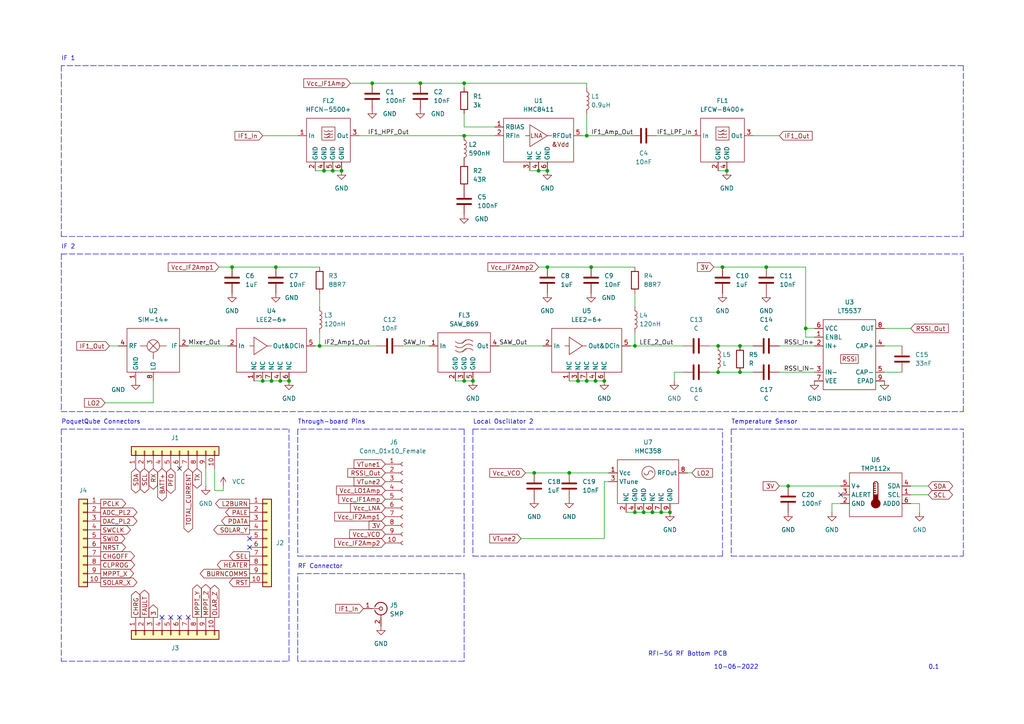
<source format=kicad_sch>
(kicad_sch (version 20211123) (generator eeschema)
  (paper "A4")
  (lib_symbols
    (symbol "Connector:Conn_01x10_Female" (pin_names (offset 1.016) hide)
      (property "Reference" "J" (at 0 12.7 0))
      (property "Value" "Conn_01x10_Female" (at 0 -15.24 0))
      (symbol "Conn_01x10_Female_1_1"
        (arc (start 0 -12.192) (mid -0.508 -12.7) (end 0 -13.208) (stroke (width 0.1524)))
        (arc (start 0 -9.652) (mid -0.508 -10.16) (end 0 -10.668) (stroke (width 0.1524)))
        (arc (start 0 -7.112) (mid -0.508 -7.62) (end 0 -8.128) (stroke (width 0.1524)))
        (arc (start 0 -4.572) (mid -0.508 -5.08) (end 0 -5.588) (stroke (width 0.1524)))
        (arc (start 0 -2.032) (mid -0.508 -2.54) (end 0 -3.048) (stroke (width 0.1524)))
        (polyline (pts (xy -1.27 -12.7) (xy -0.508 -12.7)) (stroke (width 0.1524)))
        (polyline (pts (xy -1.27 -10.16) (xy -0.508 -10.16)) (stroke (width 0.1524)))
        (polyline (pts (xy -1.27 -7.62) (xy -0.508 -7.62)) (stroke (width 0.1524)))
        (polyline (pts (xy -1.27 -5.08) (xy -0.508 -5.08)) (stroke (width 0.1524)))
        (polyline (pts (xy -1.27 -2.54) (xy -0.508 -2.54)) (stroke (width 0.1524)))
        (polyline (pts (xy -1.27 0) (xy -0.508 0)) (stroke (width 0.1524)))
        (polyline (pts (xy -1.27 2.54) (xy -0.508 2.54)) (stroke (width 0.1524)))
        (polyline (pts (xy -1.27 5.08) (xy -0.508 5.08)) (stroke (width 0.1524)))
        (polyline (pts (xy -1.27 7.62) (xy -0.508 7.62)) (stroke (width 0.1524)))
        (polyline (pts (xy -1.27 10.16) (xy -0.508 10.16)) (stroke (width 0.1524)))
        (arc (start 0 0.508) (mid -0.508 0) (end 0 -0.508) (stroke (width 0.1524)))
        (arc (start 0 3.048) (mid -0.508 2.54) (end 0 2.032) (stroke (width 0.1524)))
        (arc (start 0 5.588) (mid -0.508 5.08) (end 0 4.572) (stroke (width 0.1524)))
        (arc (start 0 8.128) (mid -0.508 7.62) (end 0 7.112) (stroke (width 0.1524)))
        (arc (start 0 10.668) (mid -0.508 10.16) (end 0 9.652) (stroke (width 0.1524)))
        (pin passive line (at -5.08 10.16 0) (length 3.81) (name "Pin_1") (number "1"))
        (pin passive line (at -5.08 -12.7 0) (length 3.81) (name "Pin_10") (number "10"))
        (pin passive line (at -5.08 7.62 0) (length 3.81) (name "Pin_2") (number "2"))
        (pin passive line (at -5.08 5.08 0) (length 3.81) (name "Pin_3") (number "3"))
        (pin passive line (at -5.08 2.54 0) (length 3.81) (name "Pin_4") (number "4"))
        (pin passive line (at -5.08 0 0) (length 3.81) (name "Pin_5") (number "5"))
        (pin passive line (at -5.08 -2.54 0) (length 3.81) (name "Pin_6") (number "6"))
        (pin passive line (at -5.08 -5.08 0) (length 3.81) (name "Pin_7") (number "7"))
        (pin passive line (at -5.08 -7.62 0) (length 3.81) (name "Pin_8") (number "8"))
        (pin passive line (at -5.08 -10.16 0) (length 3.81) (name "Pin_9") (number "9"))
      )
    )
    (symbol "Connector:Conn_Coaxial" (pin_names (offset 1.016) hide)
      (property "Reference" "J" (at 0.254 3.048 0))
      (property "Value" "Conn_Coaxial" (at 2.921 0 90))
      (symbol "Conn_Coaxial_0_1"
        (arc (start -1.778 -0.508) (mid 0.222 -1.808) (end 1.778 0) (stroke (width 0.254)))
        (polyline (pts (xy -2.54 0) (xy -0.508 0)))
        (polyline (pts (xy 0 -2.54) (xy 0 -1.778)))
        (circle (center 0 0) (radius 0.508) (stroke (width 0.2032)))
        (arc (start 1.778 0) (mid 0.222 1.8083) (end -1.778 0.508) (stroke (width 0.254)))
      )
      (symbol "Conn_Coaxial_1_1"
        (pin passive line (at -5.08 0 0) (length 2.54) (name "In") (number "1"))
        (pin passive line (at 0 -5.08 90) (length 2.54) (name "Ext") (number "2"))
      )
    )
    (symbol "Connector_Generic:Conn_01x10" (pin_names (offset 1.016) hide)
      (property "Reference" "J" (at 0 12.7 0))
      (property "Value" "Conn_01x10" (at 0 -15.24 0))
      (symbol "Conn_01x10_1_1"
        (rectangle (start -1.27 -12.573) (end 0 -12.827) (stroke (width 0.1524)))
        (rectangle (start -1.27 -10.033) (end 0 -10.287) (stroke (width 0.1524)))
        (rectangle (start -1.27 -7.493) (end 0 -7.747) (stroke (width 0.1524)))
        (rectangle (start -1.27 -4.953) (end 0 -5.207) (stroke (width 0.1524)))
        (rectangle (start -1.27 -2.413) (end 0 -2.667) (stroke (width 0.1524)))
        (rectangle (start -1.27 0.127) (end 0 -0.127) (stroke (width 0.1524)))
        (rectangle (start -1.27 2.667) (end 0 2.413) (stroke (width 0.1524)))
        (rectangle (start -1.27 5.207) (end 0 4.953) (stroke (width 0.1524)))
        (rectangle (start -1.27 7.747) (end 0 7.493) (stroke (width 0.1524)))
        (rectangle (start -1.27 10.287) (end 0 10.033) (stroke (width 0.1524)))
        (rectangle (start -1.27 11.43) (end 1.27 -13.97) (stroke (width 0.254)) (fill (type background)))
        (pin passive line (at -5.08 10.16 0) (length 3.81) (name "Pin_1") (number "1"))
        (pin passive line (at -5.08 -12.7 0) (length 3.81) (name "Pin_10") (number "10"))
        (pin passive line (at -5.08 7.62 0) (length 3.81) (name "Pin_2") (number "2"))
        (pin passive line (at -5.08 5.08 0) (length 3.81) (name "Pin_3") (number "3"))
        (pin passive line (at -5.08 2.54 0) (length 3.81) (name "Pin_4") (number "4"))
        (pin passive line (at -5.08 0 0) (length 3.81) (name "Pin_5") (number "5"))
        (pin passive line (at -5.08 -2.54 0) (length 3.81) (name "Pin_6") (number "6"))
        (pin passive line (at -5.08 -5.08 0) (length 3.81) (name "Pin_7") (number "7"))
        (pin passive line (at -5.08 -7.62 0) (length 3.81) (name "Pin_8") (number "8"))
        (pin passive line (at -5.08 -10.16 0) (length 3.81) (name "Pin_9") (number "9"))
      )
    )
    (symbol "Device:C" (pin_numbers hide) (pin_names (offset 0.254))
      (property "Reference" "C" (at 0.635 2.54 0))
      (property "Value" "C" (at 0.635 -2.54 0))
      (symbol "C_0_1"
        (polyline (pts (xy -2.032 -0.762) (xy 2.032 -0.762)) (stroke (width 0.508)))
        (polyline (pts (xy -2.032 0.762) (xy 2.032 0.762)) (stroke (width 0.508)))
      )
      (symbol "C_1_1"
        (pin passive line (at 0 3.81 270) (length 2.794) (name "~") (number "1"))
        (pin passive line (at 0 -3.81 90) (length 2.794) (name "~") (number "2"))
      )
    )
    (symbol "Device:L" (pin_numbers hide) (pin_names (offset 1.016) hide)
      (property "Reference" "L" (at -1.27 0 90))
      (property "Value" "L" (at 1.905 0 90))
      (symbol "L_0_1"
        (arc (start 0 -2.54) (mid 0.635 -1.905) (end 0 -1.27))
        (arc (start 0 -1.27) (mid 0.635 -0.635) (end 0 0))
        (arc (start 0 0) (mid 0.635 0.635) (end 0 1.27))
        (arc (start 0 1.27) (mid 0.635 1.905) (end 0 2.54))
      )
      (symbol "L_1_1"
        (pin passive line (at 0 3.81 270) (length 1.27) (name "1") (number "1"))
        (pin passive line (at 0 -3.81 90) (length 1.27) (name "2") (number "2"))
      )
    )
    (symbol "Device:R" (pin_numbers hide) (pin_names (offset 0))
      (property "Reference" "R" (at 2.032 0 90))
      (property "Value" "R" (at 0 0 90))
      (symbol "R_0_1"
        (rectangle (start -1.016 -2.54) (end 1.016 2.54) (stroke (width 0.254)))
      )
      (symbol "R_1_1"
        (pin passive line (at 0 3.81 270) (length 1.27) (name "~") (number "1"))
        (pin passive line (at 0 -3.81 90) (length 1.27) (name "~") (number "2"))
      )
    )
    (symbol "GGS_Miscellaneous:TMP112x"
      (property "Reference" "U" (at 6.35 16.51 0))
      (property "Value" "TMP112x" (at 8.89 13.97 0))
      (symbol "TMP112x_0_0"
        (pin unspecified line (at 22.86 5.08 180) (length 2.54) (name "SCL") (number "1"))
        (pin unspecified line (at 2.54 2.54 0) (length 2.54) (name "GND") (number "2"))
        (pin unspecified line (at 2.54 5.08 0) (length 2.54) (name "ALERT") (number "3"))
        (pin unspecified line (at 22.86 7.62 180) (length 2.54) (name "SDA") (number "4"))
        (pin unspecified line (at 2.54 7.62 0) (length 2.54) (name "V+") (number "5"))
        (pin unspecified line (at 22.86 2.54 180) (length 2.54) (name "ADD0") (number "6"))
      )
      (symbol "TMP112x_0_1"
        (rectangle (start 5.08 11.43) (end 20.32 -1.27))
      )
      (symbol "TMP112x_1_1"
        (polyline (pts (xy 12.065 5.715) (xy 12.7 5.715)) (stroke (width 0.254)))
        (polyline (pts (xy 12.065 6.35) (xy 12.7 6.35)) (stroke (width 0.254)))
        (polyline (pts (xy 12.065 6.985) (xy 12.7 6.985)) (stroke (width 0.254)))
        (polyline (pts (xy 12.065 7.62) (xy 12.7 7.62)) (stroke (width 0.254)))
        (polyline (pts (xy 12.065 8.255) (xy 12.065 5.08)) (stroke (width 0.254)))
        (polyline (pts (xy 12.065 8.255) (xy 12.7 8.255)) (stroke (width 0.254)))
        (polyline (pts (xy 13.335 8.255) (xy 13.335 5.08)) (stroke (width 0.254)))
        (circle (center 12.7 2.54) (radius 1.27) (stroke (width 0.254)) (fill (type outline)))
        (rectangle (start 13.335 3.175) (end 12.065 5.08) (stroke (width 0.254)) (fill (type outline)))
        (arc (start 13.335 8.255) (mid 12.7 8.89) (end 12.065 8.255) (stroke (width 0.254)))
      )
    )
    (symbol "GGS_RF:HFCN-5500+"
      (property "Reference" "FL" (at 1.905 21.59 0))
      (property "Value" "HFCN-5500+" (at 6.35 19.05 0))
      (symbol "HFCN-5500+_0_0"
        (pin input line (at -2.54 11.43 0) (length 2.54) (name "In") (number "1"))
        (pin passive line (at 2.54 1.27 90) (length 2.54) (name "GND") (number "2"))
        (pin output line (at 15.24 11.43 180) (length 2.54) (name "Out") (number "3"))
        (pin passive line (at 5.08 1.27 90) (length 2.54) (name "GND") (number "4"))
        (pin passive line (at 7.62 1.27 90) (length 2.54) (name "GND") (number "5"))
        (pin passive line (at 10.16 1.27 90) (length 2.54) (name "GND") (number "6"))
      )
      (symbol "HFCN-5500+_0_1"
        (polyline (pts (xy 5.842 10.922) (xy 6.858 11.43)))
        (polyline (pts (xy 5.842 11.684) (xy 6.858 12.192)))
        (rectangle (start 0 16.51) (end 12.7 3.81))
        (rectangle (start 4.445 13.97) (end 8.255 10.16))
        (arc (start 5.08 11.0998) (mid 5.715 9.5668) (end 6.35 11.0998))
        (arc (start 5.08 11.9888) (mid 5.715 10.4508) (end 6.35 11.9888))
        (arc (start 5.08 12.9032) (mid 5.715 11.3702) (end 6.35 12.9032))
        (arc (start 6.35 11.0998) (mid 6.985 10.8788) (end 7.62 11.0998))
        (arc (start 6.35 11.9888) (mid 6.985 11.7678) (end 7.62 11.9888))
        (arc (start 6.35 12.9032) (mid 6.985 12.682) (end 7.62 12.9032))
      )
    )
    (symbol "GGS_RF:HMC358"
      (property "Reference" "U" (at -25.4 6.985 0))
      (property "Value" "HMC358" (at -22.225 4.445 0))
      (symbol "HMC358_0_0"
        (pin unspecified line (at 0 12.7 0) (length 2.54) (name "Vcc") (number "1"))
        (pin unspecified line (at 5.08 1.27 90) (length 2.54) (name "NC") (number "2"))
        (pin unspecified line (at 0 10.16 0) (length 2.54) (name "VTune") (number "3"))
        (pin unspecified line (at 7.62 1.27 90) (length 2.54) (name "GND") (number "4"))
        (pin unspecified line (at 10.16 1.27 90) (length 2.54) (name "GND") (number "5"))
        (pin unspecified line (at 12.7 1.27 90) (length 2.54) (name "NC") (number "6"))
        (pin unspecified line (at 15.24 1.27 90) (length 2.54) (name "NC") (number "7"))
        (pin unspecified line (at 22.86 12.7 180) (length 2.54) (name "RFOut") (number "8"))
        (pin unspecified line (at 17.78 1.27 90) (length 2.54) (name "GND") (number "9"))
      )
      (symbol "HMC358_0_1"
        (rectangle (start 2.54 16.51) (end 20.32 3.81))
        (arc (start 10.287 12.7) (mid 10.922 12.0183) (end 11.557 12.7))
        (circle (center 11.557 12.7) (radius 1.905))
        (arc (start 12.827 12.7) (mid 12.192 13.3579) (end 11.557 12.7))
      )
    )
    (symbol "GGS_RF:HMC8411"
      (property "Reference" "U" (at 13.97 17.78 0))
      (property "Value" "HMC8411" (at 17.78 15.24 0))
      (symbol "HMC8411_0_0"
        (text "&Vdd" (at 29.21 3.81 0) (effects (font (size 1.27 1.27))))
        (text "LNA" (at 22.225 6.35 0) (effects (font (size 1.27 1.27))))
        (pin unspecified line (at 10.16 8.89 0) (length 2.54) (name "RBIAS") (number "1"))
        (pin unspecified line (at 10.16 6.35 0) (length 2.54) (name "RFIn") (number "2"))
        (pin unspecified line (at 20.32 -3.81 90) (length 2.54) (name "NC") (number "3"))
        (pin unspecified line (at 22.86 -3.81 90) (length 2.54) (name "NC") (number "4"))
        (pin unspecified line (at 35.56 6.35 180) (length 2.54) (name "RFOut") (number "5"))
        (pin unspecified line (at 25.4 -3.81 90) (length 2.54) (name "GND") (number "6"))
      )
      (symbol "HMC8411_0_1"
        (polyline (pts (xy 20.32 6.35) (xy 19.05 6.35)))
        (polyline (pts (xy 26.67 6.35) (xy 25.4 6.35)))
        (polyline (pts (xy 20.32 9.525) (xy 20.32 3.175) (xy 25.4 6.35) (xy 20.32 9.525)))
        (rectangle (start 12.7 11.43) (end 33.02 -1.27))
      )
    )
    (symbol "GGS_RF:LEE2-6+"
      (property "Reference" "U" (at 7.62 24.13 0))
      (property "Value" "LEE2-6+" (at 11.43 21.59 0))
      (symbol "LEE2-6+_0_0"
        (polyline (pts (xy 12.7 15.24) (xy 11.43 15.24)))
        (polyline (pts (xy 16.51 15.24) (xy 17.78 15.24)))
        (polyline (pts (xy 12.7 17.78) (xy 12.7 12.7) (xy 16.51 15.24) (xy 12.7 17.78)))
        (pin passive line (at 12.7 5.08 90) (length 2.54) (name "NC") (number "1"))
        (pin passive line (at 5.08 15.24 0) (length 2.54) (name "In") (number "2"))
        (pin passive line (at 15.24 5.08 90) (length 2.54) (name "NC") (number "3"))
        (pin passive line (at 20.32 5.08 90) (length 2.54) (name "NC") (number "4"))
        (pin passive line (at 30.48 15.24 180) (length 2.54) (name "Out&DCin") (number "5"))
        (pin passive line (at 22.86 5.08 90) (length 2.54) (name "NC") (number "6"))
        (pin passive line (at 17.78 5.08 90) (length 2.54) (name "NC") (number "7"))
      )
      (symbol "LEE2-6+_0_1"
        (rectangle (start 7.62 20.32) (end 27.94 7.62))
      )
    )
    (symbol "GGS_RF:LFCW-8000+"
      (property "Reference" "FL" (at 1.27 19.685 0))
      (property "Value" "LFCW-8000+" (at 6.35 17.145 0))
      (symbol "LFCW-8000+_0_0"
        (pin input line (at -2.54 10.16 0) (length 2.54) (name "In") (number "1"))
        (pin passive line (at 5.08 0 90) (length 2.54) (name "GND") (number "2"))
        (pin output line (at 15.24 10.16 180) (length 2.54) (name "Out") (number "3"))
        (pin passive line (at 7.62 0 90) (length 2.54) (name "GND") (number "4"))
      )
      (symbol "LFCW-8000+_0_1"
        (polyline (pts (xy 5.842 10.414) (xy 6.858 10.922)))
        (polyline (pts (xy 5.842 11.43) (xy 6.858 11.938)))
        (rectangle (start 0 15.24) (end 12.7 2.54))
        (rectangle (start 4.445 12.7) (end 8.255 8.89))
        (arc (start 5.08 9.8298) (mid 5.715 8.2968) (end 6.35 9.8298))
        (arc (start 5.08 10.7188) (mid 5.715 9.1808) (end 6.35 10.7188))
        (arc (start 5.08 11.6332) (mid 5.715 10.1002) (end 6.35 11.6332))
        (arc (start 6.35 9.8298) (mid 6.985 9.6088) (end 7.62 9.8298))
        (arc (start 6.35 10.7188) (mid 6.985 10.4978) (end 7.62 10.7188))
        (arc (start 6.35 11.6332) (mid 6.985 11.412) (end 7.62 11.6332))
      )
    )
    (symbol "GGS_RF:LT5537"
      (property "Reference" "U" (at 1.27 25.4 0))
      (property "Value" "LT5537" (at 3.81 22.86 0))
      (symbol "LT5537_0_0"
        (rectangle (start 5.08 10.16) (end 10.16 7.62))
        (text "RSSI" (at 7.62 8.89 0) (effects (font (size 1.27 1.27))))
        (pin passive line (at -2.54 15.24 0) (length 2.54) (name "ENBL") (number "1"))
        (pin input line (at -2.54 12.7 0) (length 2.54) (name "IN+") (number "2"))
        (pin input line (at -2.54 5.08 0) (length 2.54) (name "IN-") (number "3"))
        (pin passive line (at 17.78 12.7 180) (length 2.54) (name "CAP+") (number "4"))
        (pin passive line (at 17.78 5.08 180) (length 2.54) (name "CAP-") (number "5"))
        (pin passive line (at -2.54 17.78 0) (length 2.54) (name "VCC") (number "6"))
        (pin passive line (at -2.54 2.54 0) (length 2.54) (name "VEE") (number "7"))
        (pin output line (at 17.78 17.78 180) (length 2.54) (name "OUT") (number "8"))
        (pin passive line (at 17.78 2.54 180) (length 2.54) (name "EPAD") (number "9"))
      )
      (symbol "LT5537_0_1"
        (rectangle (start 0 20.32) (end 15.24 0))
      )
    )
    (symbol "GGS_RF:SAW_869"
      (property "Reference" "FL" (at 7.62 19.05 0))
      (property "Value" "SAW_869" (at 10.16 16.51 0))
      (symbol "SAW_869_0_0"
        (pin unspecified line (at 2.54 11.43 0) (length 2.54) (name "In") (number "1"))
        (pin unspecified line (at 10.16 1.27 90) (length 2.54) (name "GND") (number "2"))
        (pin unspecified line (at 12.7 1.27 90) (length 2.54) (name "GND") (number "3"))
        (pin unspecified line (at 22.86 11.43 180) (length 2.54) (name "Out") (number "4"))
        (pin unspecified line (at 15.24 1.27 90) (length 2.54) (name "GND") (number "5"))
      )
      (symbol "SAW_869_0_1"
        (polyline (pts (xy 13.208 10.668) (xy 12.192 9.652)))
        (polyline (pts (xy 13.208 13.208) (xy 12.192 12.192)))
        (rectangle (start 5.08 15.24) (end 20.32 3.81))
        (arc (start 10.16 10.16) (mid 11.43 7.0938) (end 12.7 10.16))
        (arc (start 10.16 11.43) (mid 11.43 8.3638) (end 12.7 11.43))
        (arc (start 10.16 12.7) (mid 11.43 9.6338) (end 12.7 12.7))
        (arc (start 15.24 10.16) (mid 13.97 13.2262) (end 12.7 10.16))
        (arc (start 15.24 11.43) (mid 13.97 14.4962) (end 12.7 11.43))
        (arc (start 15.24 12.7) (mid 13.97 15.7662) (end 12.7 12.7))
      )
    )
    (symbol "GGS_RF:SIM-14+"
      (property "Reference" "U" (at 2.54 19.05 0))
      (property "Value" "SIM-14+" (at 6.35 16.51 0))
      (symbol "SIM-14+_0_0"
        (pin passive line (at 3.81 -1.27 90) (length 2.54) (name "GND") (number "1"))
        (pin passive line (at 19.05 8.89 180) (length 2.54) (name "IF") (number "2"))
        (pin passive line (at -1.27 8.89 0) (length 2.54) (name "RF") (number "4"))
        (pin passive line (at 8.89 -1.27 90) (length 2.54) (name "LO") (number "8"))
      )
      (symbol "SIM-14+_0_1"
        (polyline (pts (xy 6.985 8.89) (xy 5.08 8.89)))
        (polyline (pts (xy 7.62 10.16) (xy 10.16 7.62)))
        (polyline (pts (xy 8.89 6.985) (xy 8.89 5.08)))
        (polyline (pts (xy 10.16 10.16) (xy 7.62 7.62)))
        (polyline (pts (xy 10.795 8.89) (xy 12.7 8.89)))
        (rectangle (start 1.27 13.97) (end 16.51 1.27))
        (circle (center 8.89 8.89) (radius 1.7961))
      )
    )
    (symbol "LEE2-6+_1"
      (property "Reference" "U" (at 7.62 24.13 0))
      (property "Value" "LEE2-6+_1" (at 11.43 21.59 0))
      (symbol "LEE2-6+_1_0_0"
        (polyline (pts (xy 12.7 15.24) (xy 11.43 15.24)))
        (polyline (pts (xy 16.51 15.24) (xy 17.78 15.24)))
        (polyline (pts (xy 12.7 17.78) (xy 12.7 12.7) (xy 16.51 15.24) (xy 12.7 17.78)))
        (pin passive line (at 12.7 5.08 90) (length 2.54) (name "NC") (number "1"))
        (pin passive line (at 5.08 15.24 0) (length 2.54) (name "In") (number "2"))
        (pin passive line (at 15.24 5.08 90) (length 2.54) (name "NC") (number "3"))
        (pin passive line (at 20.32 5.08 90) (length 2.54) (name "NC") (number "4"))
        (pin passive line (at 30.48 15.24 180) (length 2.54) (name "Out&DCin") (number "5"))
        (pin passive line (at 22.86 5.08 90) (length 2.54) (name "NC") (number "6"))
        (pin passive line (at 17.78 5.08 90) (length 2.54) (name "NC") (number "7"))
      )
      (symbol "LEE2-6+_1_0_1"
        (rectangle (start 7.62 20.32) (end 27.94 7.62))
      )
    )
    (symbol "power:GND" (power) (pin_names (offset 0))
      (property "Value" "GND" (at 0 -3.81 0))
      (symbol "GND_0_1"
        (polyline (pts (xy 0 0) (xy 0 -1.27) (xy 1.27 -1.27) (xy 0 -2.54) (xy -1.27 -1.27) (xy 0 -1.27)))
      )
      (symbol "GND_1_1"
        (pin power_in line (at 0 0 270) (length 0) hide (name "GND") (number "1"))
      )
    )
    (symbol "power:VCC" (power) (pin_names (offset 0))
      (property "Value" "VCC" (at 0 3.81 0))
      (symbol "VCC_0_1"
        (polyline (pts (xy -0.762 1.27) (xy 0 2.54)))
        (polyline (pts (xy 0 0) (xy 0 2.54)))
        (polyline (pts (xy 0 2.54) (xy 0.762 1.27)))
      )
      (symbol "VCC_1_1"
        (pin power_in line (at 0 0 90) (length 0) hide (name "VCC") (number "1"))
      )
    )
  )
  (junction (at 184.15 148.59))
  (junction (at 170.18 39.37))
  (junction (at 222.25 77.47))
  (junction (at 184.15 100.33))
  (junction (at 209.55 77.47))
  (junction (at 78.74 110.49))
  (junction (at 158.75 49.53))
  (junction (at 134.62 39.37))
  (junction (at 214.63 107.95))
  (junction (at 134.62 110.49))
  (junction (at 191.77 148.59))
  (junction (at 208.28 100.33))
  (junction (at 83.82 110.49))
  (junction (at 81.28 110.49))
  (junction (at 170.18 110.49))
  (junction (at 156.21 49.53))
  (junction (at 208.28 107.95))
  (junction (at 228.6 140.97))
  (junction (at 210.82 49.53))
  (junction (at 121.92 24.13))
  (junction (at 107.95 24.13))
  (junction (at 134.62 24.13))
  (junction (at 175.26 110.49))
  (junction (at 189.23 148.59))
  (junction (at 67.31 77.47))
  (junction (at 154.94 137.16))
  (junction (at 158.75 77.47))
  (junction (at 186.69 148.59))
  (junction (at 172.72 110.49))
  (junction (at 93.98 49.53))
  (junction (at 96.52 49.53))
  (junction (at 214.63 100.33))
  (junction (at 194.31 148.59))
  (junction (at 167.64 110.49))
  (junction (at 165.1 137.16))
  (junction (at 76.2 110.49))
  (junction (at 171.45 77.47))
  (junction (at 92.71 100.33))
  (junction (at 80.01 77.47))
  (junction (at 99.06 49.53))
  (junction (at 233.68 95.25))
  (junction (at 137.16 110.49))
  (no_connect (at 49.53 179.07))
  (no_connect (at 52.07 135.89))
  (no_connect (at 243.84 143.51))
  (no_connect (at 54.61 179.07))
  (no_connect (at 72.39 158.75))
  (no_connect (at 72.39 156.21))
  (no_connect (at 46.99 179.07))
  (no_connect (at 52.07 179.07))
  (wire (pts (xy 208.28 100.33) (xy 214.63 100.33)))
  (wire (pts (xy 233.68 95.25) (xy 236.22 95.25)))
  (wire (pts (xy 92.71 96.52) (xy 92.71 100.33)))
  (wire (pts (xy 236.22 97.79) (xy 233.68 97.79)))
  (polyline (pts (xy 137.16 124.46) (xy 209.55 124.46)))
  (polyline (pts (xy 134.62 124.46) (xy 134.62 161.29)))
  (polyline (pts (xy 17.78 73.66) (xy 279.4 73.66)))
  (polyline (pts (xy 279.4 19.05) (xy 17.78 19.05)))
  (polyline (pts (xy 212.09 124.46) (xy 212.09 161.29)))
  (wire (pts (xy 31.75 100.33) (xy 34.29 100.33)))
  (polyline (pts (xy 17.78 124.46) (xy 83.82 124.46)))
  (wire (pts (xy 134.62 33.02) (xy 134.62 36.83)))
  (wire (pts (xy 67.31 77.47) (xy 63.5 77.47)))
  (polyline (pts (xy 86.36 191.77) (xy 86.36 166.37)))
  (wire (pts (xy 96.52 49.53) (xy 99.06 49.53)))
  (wire (pts (xy 233.68 77.47) (xy 222.25 77.47)))
  (wire (pts (xy 153.67 49.53) (xy 156.21 49.53)))
  (wire (pts (xy 92.71 100.33) (xy 109.22 100.33)))
  (wire (pts (xy 226.06 107.95) (xy 236.22 107.95)))
  (polyline (pts (xy 17.78 19.05) (xy 17.78 68.58)))
  (wire (pts (xy 170.18 33.02) (xy 170.18 39.37)))
  (polyline (pts (xy 134.62 191.77) (xy 86.36 191.77)))
  (wire (pts (xy 207.01 77.47) (xy 209.55 77.47)))
  (wire (pts (xy 137.16 110.49) (xy 134.62 110.49)))
  (wire (pts (xy 175.26 139.7) (xy 175.26 156.21)))
  (wire (pts (xy 144.78 100.33) (xy 157.48 100.33)))
  (wire (pts (xy 181.61 148.59) (xy 184.15 148.59)))
  (polyline (pts (xy 134.62 166.37) (xy 134.62 191.77)))
  (wire (pts (xy 91.44 49.53) (xy 93.98 49.53)))
  (wire (pts (xy 243.84 146.05) (xy 241.3 146.05)))
  (wire (pts (xy 200.66 137.16) (xy 199.39 137.16)))
  (wire (pts (xy 171.45 77.47) (xy 158.75 77.47)))
  (wire (pts (xy 228.6 140.97) (xy 243.84 140.97)))
  (wire (pts (xy 165.1 110.49) (xy 167.64 110.49)))
  (polyline (pts (xy 17.78 68.58) (xy 279.4 68.58)))
  (wire (pts (xy 121.92 24.13) (xy 134.62 24.13)))
  (wire (pts (xy 170.18 39.37) (xy 168.91 39.37)))
  (polyline (pts (xy 83.82 191.77) (xy 83.82 124.46)))
  (wire (pts (xy 170.18 25.4) (xy 170.18 24.13)))
  (wire (pts (xy 78.74 110.49) (xy 81.28 110.49)))
  (wire (pts (xy 184.15 148.59) (xy 186.69 148.59)))
  (wire (pts (xy 261.62 107.95) (xy 256.54 107.95)))
  (wire (pts (xy 208.28 49.53) (xy 210.82 49.53)))
  (wire (pts (xy 62.23 142.24) (xy 64.77 142.24)))
  (wire (pts (xy 261.62 100.33) (xy 256.54 100.33)))
  (wire (pts (xy 107.95 24.13) (xy 121.92 24.13)))
  (wire (pts (xy 92.71 77.47) (xy 80.01 77.47)))
  (polyline (pts (xy 279.4 68.58) (xy 279.4 19.05)))
  (wire (pts (xy 184.15 77.47) (xy 171.45 77.47)))
  (wire (pts (xy 264.16 146.05) (xy 266.7 146.05)))
  (wire (pts (xy 64.77 142.24) (xy 64.77 140.97)))
  (wire (pts (xy 205.74 100.33) (xy 208.28 100.33)))
  (polyline (pts (xy 212.09 161.29) (xy 279.4 161.29)))
  (wire (pts (xy 226.06 140.97) (xy 228.6 140.97)))
  (polyline (pts (xy 86.36 161.29) (xy 134.62 161.29)))
  (polyline (pts (xy 137.16 161.29) (xy 209.55 161.29)))
  (polyline (pts (xy 17.78 73.66) (xy 17.78 119.38)))
  (wire (pts (xy 269.24 143.51) (xy 264.16 143.51)))
  (wire (pts (xy 222.25 77.47) (xy 209.55 77.47)))
  (wire (pts (xy 116.84 100.33) (xy 124.46 100.33)))
  (polyline (pts (xy 86.36 166.37) (xy 134.62 166.37)))
  (wire (pts (xy 184.15 85.09) (xy 184.15 88.9)))
  (wire (pts (xy 182.88 39.37) (xy 170.18 39.37)))
  (wire (pts (xy 92.71 85.09) (xy 92.71 88.9)))
  (wire (pts (xy 73.66 110.49) (xy 76.2 110.49)))
  (wire (pts (xy 195.58 107.95) (xy 198.12 107.95)))
  (wire (pts (xy 76.2 110.49) (xy 78.74 110.49)))
  (wire (pts (xy 233.68 95.25) (xy 233.68 77.47)))
  (wire (pts (xy 233.68 97.79) (xy 233.68 95.25)))
  (wire (pts (xy 226.06 39.37) (xy 218.44 39.37)))
  (wire (pts (xy 154.94 137.16) (xy 165.1 137.16)))
  (wire (pts (xy 269.24 140.97) (xy 264.16 140.97)))
  (wire (pts (xy 80.01 77.47) (xy 67.31 77.47)))
  (wire (pts (xy 208.28 107.95) (xy 214.63 107.95)))
  (polyline (pts (xy 279.4 161.29) (xy 279.4 124.46)))
  (wire (pts (xy 132.08 110.49) (xy 134.62 110.49)))
  (polyline (pts (xy 17.78 119.38) (xy 279.4 119.38)))
  (wire (pts (xy 156.21 77.47) (xy 158.75 77.47)))
  (wire (pts (xy 170.18 24.13) (xy 134.62 24.13)))
  (wire (pts (xy 93.98 49.53) (xy 96.52 49.53)))
  (polyline (pts (xy 209.55 161.29) (xy 209.55 124.46)))
  (wire (pts (xy 170.18 110.49) (xy 172.72 110.49)))
  (wire (pts (xy 167.64 110.49) (xy 170.18 110.49)))
  (wire (pts (xy 184.15 100.33) (xy 198.12 100.33)))
  (wire (pts (xy 91.44 100.33) (xy 92.71 100.33)))
  (wire (pts (xy 214.63 100.33) (xy 218.44 100.33)))
  (polyline (pts (xy 279.4 119.38) (xy 279.4 73.66)))
  (wire (pts (xy 266.7 146.05) (xy 266.7 148.59)))
  (wire (pts (xy 226.06 100.33) (xy 236.22 100.33)))
  (polyline (pts (xy 137.16 124.46) (xy 137.16 161.29)))
  (wire (pts (xy 156.21 49.53) (xy 158.75 49.53)))
  (polyline (pts (xy 134.62 124.46) (xy 86.36 124.46)))
  (wire (pts (xy 214.63 107.95) (xy 218.44 107.95)))
  (wire (pts (xy 205.74 107.95) (xy 208.28 107.95)))
  (wire (pts (xy 176.53 139.7) (xy 175.26 139.7)))
  (wire (pts (xy 44.45 110.49) (xy 44.45 116.84)))
  (wire (pts (xy 264.16 95.25) (xy 256.54 95.25)))
  (wire (pts (xy 172.72 110.49) (xy 175.26 110.49)))
  (wire (pts (xy 134.62 39.37) (xy 143.51 39.37)))
  (wire (pts (xy 104.14 39.37) (xy 134.62 39.37)))
  (wire (pts (xy 62.23 135.89) (xy 62.23 142.24)))
  (polyline (pts (xy 17.78 191.77) (xy 83.82 191.77)))
  (wire (pts (xy 186.69 148.59) (xy 189.23 148.59)))
  (wire (pts (xy 44.45 116.84) (xy 30.48 116.84)))
  (wire (pts (xy 175.26 156.21) (xy 151.13 156.21)))
  (wire (pts (xy 59.69 140.97) (xy 59.69 135.89)))
  (wire (pts (xy 76.2 39.37) (xy 86.36 39.37)))
  (wire (pts (xy 189.23 148.59) (xy 191.77 148.59)))
  (wire (pts (xy 152.4 137.16) (xy 154.94 137.16)))
  (wire (pts (xy 54.61 100.33) (xy 66.04 100.33)))
  (wire (pts (xy 184.15 96.52) (xy 184.15 100.33)))
  (wire (pts (xy 241.3 146.05) (xy 241.3 148.59)))
  (wire (pts (xy 134.62 25.4) (xy 134.62 24.13)))
  (polyline (pts (xy 212.09 124.46) (xy 279.4 124.46)))
  (wire (pts (xy 101.6 24.13) (xy 107.95 24.13)))
  (polyline (pts (xy 86.36 124.46) (xy 86.36 161.29)))
  (wire (pts (xy 190.5 39.37) (xy 200.66 39.37)))
  (wire (pts (xy 191.77 148.59) (xy 194.31 148.59)))
  (wire (pts (xy 134.62 36.83) (xy 143.51 36.83)))
  (wire (pts (xy 182.88 100.33) (xy 184.15 100.33)))
  (wire (pts (xy 165.1 137.16) (xy 176.53 137.16)))
  (wire (pts (xy 81.28 110.49) (xy 83.82 110.49)))
  (polyline (pts (xy 17.78 124.46) (xy 17.78 191.77)))
  (wire (pts (xy 195.58 110.49) (xy 195.58 107.95)))
  (text "Local Oscillator 2" (at 137.16 123.19 0) (effects (font (size 1.27 1.27)) (justify left bottom)))
  (text "0.1" (at 269.24 194.31 0) (effects (font (size 1.27 1.27)) (justify left bottom)))
  (text "IF 2" (at 17.78 72.39 0) (effects (font (size 1.27 1.27)) (justify left bottom)))
  (text "IF 1" (at 17.78 17.78 0) (effects (font (size 1.27 1.27)) (justify left bottom)))
  (text "Temperature Sensor" (at 212.09 123.19 0) (effects (font (size 1.27 1.27)) (justify left bottom)))
  (text "RFI-5G RF Bottom PCB" (at 187.96 190.5 0) (effects (font (size 1.27 1.27)) (justify left bottom)))
  (text "Through-board Pins" (at 86.36 123.19 0) (effects (font (size 1.27 1.27)) (justify left bottom)))
  (text "RF Connector" (at 86.36 165.1 0) (effects (font (size 1.27 1.27)) (justify left bottom)))
  (text "10-06-2022" (at 207.01 194.31 0) (effects (font (size 1.27 1.27)) (justify left bottom)))
  (text "PoquetQube Connectors" (at 17.78 123.19 0) (effects (font (size 1.27 1.27)) (justify left bottom)))
  (label "IF1_HPF_Out" (at 106.68 39.37 0))
  (label "IF1_Amp_Out" (at 171.45 39.37 0))
  (label "LEE_2_Out" (at 185.42 100.33 0))
  (label "IF2_Amp1_Out" (at 93.98 100.33 0))
  (label "RSSI_In+" (at 227.33 100.33 0))
  (label "RSSI_IN-" (at 227.33 107.95 0))
  (label "Mixer_Out" (at 54.61 100.33 0))
  (label "IF1_LPF_In" (at 190.5 39.37 0))
  (label "SAW_Out" (at 144.78 100.33 0))
  (label "SAW_In" (at 116.84 100.33 0))
  (global_label "Vcc_IF2Amp1" (shape input) (at 111.76 149.86 180) (property "Intersheet References" "${INTERSHEET_REFS}" (effects hide)))
  (global_label "SEL" (shape output) (at 72.39 161.29 180) (property "Intersheet References" "${INTERSHEET_REFS}" (effects hide)))
  (global_label "L2BURN" (shape output) (at 72.39 146.05 180) (property "Intersheet References" "${INTERSHEET_REFS}" (effects hide)))
  (global_label "RX" (shape bidirectional) (at 44.45 135.89 270) (property "Intersheet References" "${INTERSHEET_REFS}" (effects hide)))
  (global_label "Vcc_IF1Amp" (shape input) (at 111.76 144.78 180) (property "Intersheet References" "${INTERSHEET_REFS}" (effects hide)))
  (global_label "LO2" (shape input) (at 200.66 137.16 0) (property "Intersheet References" "${INTERSHEET_REFS}" (effects hide)))
  (global_label "IF1_In" (shape input) (at 76.2 39.37 180) (property "Intersheet References" "${INTERSHEET_REFS}" (effects hide)))
  (global_label "Vcc_LNA" (shape input) (at 111.76 147.32 180) (property "Intersheet References" "${INTERSHEET_REFS}" (effects hide)))
  (global_label "SOLAR_Y" (shape output) (at 72.39 153.67 180) (property "Intersheet References" "${INTERSHEET_REFS}" (effects hide)))
  (global_label "Vcc_LO1Amp" (shape input) (at 111.76 142.24 180) (property "Intersheet References" "${INTERSHEET_REFS}" (effects hide)))
  (global_label "CHGOFF" (shape output) (at 29.21 161.29 0) (property "Intersheet References" "${INTERSHEET_REFS}" (effects hide)))
  (global_label "MPPT_Y" (shape output) (at 57.15 179.07 90) (property "Intersheet References" "${INTERSHEET_REFS}" (effects hide)))
  (global_label "MPPT_Z" (shape output) (at 59.69 179.07 90) (property "Intersheet References" "${INTERSHEET_REFS}" (effects hide)))
  (global_label "3" (shape output) (at 44.45 179.07 90) (property "Intersheet References" "${INTERSHEET_REFS}" (effects hide)))
  (global_label "VTune2" (shape input) (at 111.76 139.7 180) (property "Intersheet References" "${INTERSHEET_REFS}" (effects hide)))
  (global_label "Vcc_IF2Amp2" (shape input) (at 111.76 157.48 180) (property "Intersheet References" "${INTERSHEET_REFS}" (effects hide)))
  (global_label "Vcc_VCO" (shape input) (at 152.4 137.16 180) (property "Intersheet References" "${INTERSHEET_REFS}" (effects hide)))
  (global_label "Vcc_IF1Amp" (shape input) (at 101.6 24.13 180) (property "Intersheet References" "${INTERSHEET_REFS}" (effects hide)))
  (global_label "3V" (shape input) (at 226.06 140.97 180) (property "Intersheet References" "${INTERSHEET_REFS}" (effects hide)))
  (global_label "BURNCOMMS" (shape output) (at 72.39 166.37 180) (property "Intersheet References" "${INTERSHEET_REFS}" (effects hide)))
  (global_label "Vcc_VCO" (shape input) (at 111.76 154.94 180) (property "Intersheet References" "${INTERSHEET_REFS}" (effects hide)))
  (global_label "SWCLK" (shape output) (at 29.21 153.67 0) (property "Intersheet References" "${INTERSHEET_REFS}" (effects hide)))
  (global_label "SCL" (shape bidirectional) (at 269.24 143.51 0) (property "Intersheet References" "${INTERSHEET_REFS}" (effects hide)))
  (global_label "VTune2" (shape input) (at 151.13 156.21 180) (property "Intersheet References" "${INTERSHEET_REFS}" (effects hide)))
  (global_label "IF1_In" (shape input) (at 105.41 176.53 180) (property "Intersheet References" "${INTERSHEET_REFS}" (effects hide)))
  (global_label "PFO" (shape bidirectional) (at 49.53 135.89 270) (property "Intersheet References" "${INTERSHEET_REFS}" (effects hide)))
  (global_label "SDA" (shape bidirectional) (at 39.37 135.89 270) (property "Intersheet References" "${INTERSHEET_REFS}" (effects hide)))
  (global_label "SCL" (shape bidirectional) (at 41.91 135.89 270) (property "Intersheet References" "${INTERSHEET_REFS}" (effects hide)))
  (global_label "SDA" (shape bidirectional) (at 269.24 140.97 0) (property "Intersheet References" "${INTERSHEET_REFS}" (effects hide)))
  (global_label "CLPROG" (shape output) (at 29.21 163.83 0) (property "Intersheet References" "${INTERSHEET_REFS}" (effects hide)))
  (global_label "SWIO" (shape output) (at 29.21 156.21 0) (property "Intersheet References" "${INTERSHEET_REFS}" (effects hide)))
  (global_label "FAULT" (shape output) (at 41.91 179.07 90) (property "Intersheet References" "${INTERSHEET_REFS}" (effects hide)))
  (global_label "MPPT_X" (shape output) (at 29.21 166.37 0) (property "Intersheet References" "${INTERSHEET_REFS}" (effects hide)))
  (global_label "OLAR_Z" (shape output) (at 62.23 179.07 90) (property "Intersheet References" "${INTERSHEET_REFS}" (effects hide)))
  (global_label "PALE" (shape output) (at 72.39 148.59 180) (property "Intersheet References" "${INTERSHEET_REFS}" (effects hide)))
  (global_label "BATT+" (shape bidirectional) (at 46.99 135.89 270) (property "Intersheet References" "${INTERSHEET_REFS}" (effects hide)))
  (global_label "Vcc_IF2Amp2" (shape input) (at 156.21 77.47 180) (property "Intersheet References" "${INTERSHEET_REFS}" (effects hide)))
  (global_label "CHRG" (shape output) (at 39.37 179.07 90) (property "Intersheet References" "${INTERSHEET_REFS}" (effects hide)))
  (global_label "HEATER" (shape output) (at 72.39 163.83 180) (property "Intersheet References" "${INTERSHEET_REFS}" (effects hide)))
  (global_label "3V" (shape input) (at 207.01 77.47 180) (property "Intersheet References" "${INTERSHEET_REFS}" (effects hide)))
  (global_label "RSSI_Out" (shape input) (at 264.16 95.25 0) (property "Intersheet References" "${INTERSHEET_REFS}" (effects hide)))
  (global_label "PCLK" (shape output) (at 29.21 146.05 0) (property "Intersheet References" "${INTERSHEET_REFS}" (effects hide)))
  (global_label "NRST" (shape output) (at 29.21 158.75 0) (property "Intersheet References" "${INTERSHEET_REFS}" (effects hide)))
  (global_label "3V" (shape input) (at 111.76 152.4 180) (property "Intersheet References" "${INTERSHEET_REFS}" (effects hide)))
  (global_label "RST" (shape output) (at 72.39 168.91 180) (property "Intersheet References" "${INTERSHEET_REFS}" (effects hide)))
  (global_label "LO2" (shape input) (at 30.48 116.84 180) (property "Intersheet References" "${INTERSHEET_REFS}" (effects hide)))
  (global_label "IF1_Out" (shape input) (at 226.06 39.37 0) (property "Intersheet References" "${INTERSHEET_REFS}" (effects hide)))
  (global_label "ADC_PL2" (shape output) (at 29.21 148.59 0) (property "Intersheet References" "${INTERSHEET_REFS}" (effects hide)))
  (global_label "RSSI_Out" (shape input) (at 111.76 137.16 180) (property "Intersheet References" "${INTERSHEET_REFS}" (effects hide)))
  (global_label "DAC_PL2" (shape output) (at 29.21 151.13 0) (property "Intersheet References" "${INTERSHEET_REFS}" (effects hide)))
  (global_label "TX" (shape bidirectional) (at 57.15 135.89 270) (property "Intersheet References" "${INTERSHEET_REFS}" (effects hide)))
  (global_label "TOTAL_CURRENT" (shape bidirectional) (at 54.61 135.89 270) (property "Intersheet References" "${INTERSHEET_REFS}" (effects hide)))
  (global_label "PDATA" (shape output) (at 72.39 151.13 180) (property "Intersheet References" "${INTERSHEET_REFS}" (effects hide)))
  (global_label "IF1_Out" (shape input) (at 31.75 100.33 180) (property "Intersheet References" "${INTERSHEET_REFS}" (effects hide)))
  (global_label "Vcc_IF2Amp1" (shape input) (at 63.5 77.47 180) (property "Intersheet References" "${INTERSHEET_REFS}" (effects hide)))
  (global_label "VTune1" (shape input) (at 111.76 134.62 180) (property "Intersheet References" "${INTERSHEET_REFS}" (effects hide)))
  (global_label "SOLAR_X" (shape output) (at 29.21 168.91 0) (property "Intersheet References" "${INTERSHEET_REFS}" (effects hide)))
  (symbol (lib_id "Device:C") (at 80.01 81.28 180) (unit 1)
    (property "Reference" "C7" (at 83.82 80.0099 0) (effects (justify right)))
    (property "Value" "10nF" (at 83.82 82.5499 0) (effects (justify right)))
    (property "Footprint" "Capacitor_SMD:C_0402_1005Metric" (effects hide))
  )
  (symbol (lib_id "power:GND") (at 158.75 85.09 0) (unit 1)
    (property "Reference" "#PWR09" (effects hide))
    (property "Value" "GND" (at 158.75 90.17 0))
  )
  (symbol (lib_id "Device:C") (at 261.62 104.14 0) (unit 1)
    (property "Reference" "C15" (at 265.43 102.8699 0) (effects (justify left)))
    (property "Value" "33nF" (at 265.43 105.4099 0) (effects (justify left)))
    (property "Footprint" "Capacitor_SMD:C_0402_1005Metric" (effects hide))
  )
  (symbol (lib_id "Device:C") (at 209.55 81.28 180) (unit 1)
    (property "Reference" "C10" (at 213.36 80.0099 0) (effects (justify right)))
    (property "Value" "1uF" (at 213.36 82.5499 0) (effects (justify right)))
    (property "Footprint" "Capacitor_SMD:C_0402_1005Metric" (effects hide))
  )
  (symbol (lib_id "power:GND") (at 165.1 144.78 0) (unit 1)
    (property "Reference" "#PWR023" (effects hide))
    (property "Value" "GND" (at 165.1 149.86 0))
  )
  (symbol (lib_id "Device:R") (at 92.71 81.28 0) (unit 1)
    (property "Reference" "R3" (at 95.25 80.0099 0) (effects (justify left)))
    (property "Value" "88R7" (at 95.25 82.5499 0) (effects (justify left)))
    (property "Footprint" "Resistor_SMD:R_0603_1608Metric" (effects hide))
  )
  (symbol (lib_id "Device:L") (at 184.15 92.71 0) (unit 1)
    (property "Reference" "L4" (at 185.42 91.4399 0) (effects (justify left)))
    (property "Value" "120nH" (at 185.42 93.9799 0) (effects (justify left)))
    (property "Footprint" "Inductor_SMD:L_0603_1608Metric" (effects hide))
  )
  (symbol (lib_id "Device:C") (at 186.69 39.37 90) (unit 1)
    (property "Reference" "C4" (at 186.69 44.45 90))
    (property "Value" "10nF" (at 186.69 46.99 90))
    (property "Footprint" "Capacitor_SMD:C_0402_1005Metric" (effects hide))
  )
  (symbol (lib_id "Device:L") (at 134.62 43.18 0) (unit 1)
    (property "Reference" "L2" (at 135.89 41.9099 0) (effects (justify left)))
    (property "Value" "590nH" (at 135.89 44.4499 0) (effects (justify left)))
    (property "Footprint" "Inductor_SMD:L_0603_1608Metric" (effects hide))
  )
  (symbol (lib_id "Connector:Conn_Coaxial") (at 110.49 176.53 0) (unit 1)
    (property "Reference" "J5" (at 113.03 175.5531 0) (effects (justify left)))
    (property "Value" "SMP" (at 113.03 178.0931 0) (effects (justify left)))
    (property "Footprint" "GGS_Connectors:SMP_StraightPlugPCB" (effects hide))
    (property "Datasheet" " ~" (effects hide))
  )
  (symbol (lib_id "power:GND") (at 175.26 110.49 0) (unit 1)
    (property "Reference" "#PWR016" (effects hide))
    (property "Value" "GND" (at 175.26 115.57 0))
  )
  (symbol (lib_id "Device:C") (at 158.75 81.28 180) (unit 1)
    (property "Reference" "C8" (at 162.56 80.0099 0) (effects (justify right)))
    (property "Value" "1uF" (at 162.56 82.5499 0) (effects (justify right)))
    (property "Footprint" "Capacitor_SMD:C_0402_1005Metric" (effects hide))
  )
  (symbol (lib_id "power:GND") (at 210.82 49.53 0) (unit 1)
    (property "Reference" "#PWR05" (effects hide))
    (property "Value" "GND" (at 210.82 54.61 0))
  )
  (symbol (lib_id "Device:C") (at 107.95 27.94 180) (unit 1)
    (property "Reference" "C1" (at 111.76 26.6699 0) (effects (justify right)))
    (property "Value" "100nF" (at 111.76 29.2099 0) (effects (justify right)))
    (property "Footprint" "Capacitor_SMD:C_0402_1005Metric" (effects hide))
  )
  (symbol (lib_id "power:GND") (at 110.49 181.61 0) (unit 1)
    (property "Reference" "#PWR028" (effects hide))
    (property "Value" "GND" (at 110.49 186.69 0))
  )
  (symbol (lib_id "Device:R") (at 134.62 50.8 0) (unit 1)
    (property "Reference" "R2" (at 137.16 49.5299 0) (effects (justify left)))
    (property "Value" "43R" (at 137.16 52.0699 0) (effects (justify left)))
    (property "Footprint" "Resistor_SMD:R_0603_1608Metric" (effects hide))
  )
  (symbol (lib_id "Connector_Generic:Conn_01x10") (at 24.13 156.21 0) (mirror y) (unit 1)
    (property "Reference" "J4" (at 24.13 142.24 0))
    (property "Value" "Conn_01x10" (effects hide))
    (property "Footprint" "GGS_Connectors:PoquetCube_Connector" (effects hide))
  )
  (symbol (lib_id "power:GND") (at 137.16 110.49 0) (unit 1)
    (property "Reference" "#PWR015" (effects hide))
    (property "Value" "GND" (at 137.16 115.57 0))
  )
  (symbol (lib_id "Connector_Generic:Conn_01x10") (at 49.53 130.81 90) (unit 1)
    (property "Reference" "J1" (at 50.8 127 90))
    (property "Value" "Conn_01x10" (effects hide))
    (property "Footprint" "GGS_Connectors:PoquetCube_Connector" (effects hide))
  )
  (symbol (lib_id "Device:C") (at 165.1 140.97 180) (unit 1)
    (property "Reference" "C19" (at 168.91 139.6999 0) (effects (justify right)))
    (property "Value" "10nF" (at 168.91 142.2399 0) (effects (justify right)))
    (property "Footprint" "Capacitor_SMD:C_0402_1005Metric" (effects hide))
  )
  (symbol (lib_id "Device:C") (at 134.62 58.42 180) (unit 1)
    (property "Reference" "C5" (at 138.43 57.1499 0) (effects (justify right)))
    (property "Value" "100nF" (at 138.43 59.6899 0) (effects (justify right)))
    (property "Footprint" "Capacitor_SMD:C_0402_1005Metric" (effects hide))
  )
  (symbol (lib_id "power:GND") (at 241.3 148.59 0) (unit 1)
    (property "Reference" "#PWR026" (effects hide))
    (property "Value" "GND" (at 241.3 153.67 0))
  )
  (symbol (lib_id "Device:C") (at 121.92 27.94 180) (unit 1)
    (property "Reference" "C2" (at 125.73 26.6699 0) (effects (justify right)))
    (property "Value" "10nF" (at 125.73 29.2099 0) (effects (justify right)))
    (property "Footprint" "Capacitor_SMD:C_0402_1005Metric" (effects hide))
  )
  (symbol (lib_id "Device:C") (at 228.6 144.78 180) (unit 1)
    (property "Reference" "C20" (at 232.41 143.5099 0) (effects (justify right)))
    (property "Value" "100nF" (at 232.41 146.0499 0) (effects (justify right)))
    (property "Footprint" "Capacitor_SMD:C_0402_1005Metric" (effects hide))
  )
  (symbol (lib_id "power:GND") (at 194.31 148.59 0) (unit 1)
    (property "Reference" "#PWR024" (effects hide))
    (property "Value" "GND" (at 194.31 153.67 0))
  )
  (symbol (lib_id "GGS_RF:LT5537") (at 238.76 113.03 0) (unit 1)
    (property "Reference" "U3" (at 246.38 87.63 0))
    (property "Value" "LT5537" (at 246.38 90.17 0))
    (property "Footprint" "Package_DFN_QFN:DFN-8-1EP_2x3mm_P0.5mm_EP0.56x2.15mm" (effects hide))
  )
  (symbol (lib_id "GGS_RF:LFCW-8000+") (at 203.2 49.53 0) (unit 1)
    (property "Reference" "FL1" (at 209.55 29.21 0))
    (property "Value" "LFCW-8400+" (at 209.55 31.75 0))
    (property "Footprint" "GGS_RF:JC0603C-1" (effects hide))
  )
  (symbol (lib_id "Device:L") (at 92.71 92.71 0) (unit 1)
    (property "Reference" "L3" (at 93.98 91.4399 0) (effects (justify left)))
    (property "Value" "120nH" (at 93.98 93.9799 0) (effects (justify left)))
    (property "Footprint" "Inductor_SMD:L_0603_1608Metric" (effects hide))
  )
  (symbol (lib_id "power:GND") (at 99.06 49.53 0) (unit 1)
    (property "Reference" "#PWR03" (effects hide))
    (property "Value" "GND" (at 99.06 54.61 0))
  )
  (symbol (lib_id "power:GND") (at 83.82 110.49 0) (unit 1)
    (property "Reference" "#PWR014" (effects hide))
    (property "Value" "GND" (at 83.82 115.57 0))
  )
  (symbol (lib_id "Device:C") (at 222.25 81.28 180) (unit 1)
    (property "Reference" "C11" (at 226.06 80.0099 0) (effects (justify right)))
    (property "Value" "10nF" (at 226.06 82.5499 0) (effects (justify right)))
    (property "Footprint" "Capacitor_SMD:C_0402_1005Metric" (effects hide))
  )
  (symbol (lib_id "power:GND") (at 228.6 148.59 0) (unit 1)
    (property "Reference" "#PWR025" (effects hide))
    (property "Value" "GND" (at 228.6 153.67 0))
  )
  (symbol (lib_id "Device:R") (at 184.15 81.28 0) (unit 1)
    (property "Reference" "R4" (at 186.69 80.0099 0) (effects (justify left)))
    (property "Value" "88R7" (at 186.69 82.5499 0) (effects (justify left)))
    (property "Footprint" "Resistor_SMD:R_0603_1608Metric" (effects hide))
  )
  (symbol (lib_id "Device:C") (at 67.31 81.28 180) (unit 1)
    (property "Reference" "C6" (at 71.12 80.0099 0) (effects (justify right)))
    (property "Value" "1uF" (at 71.12 82.5499 0) (effects (justify right)))
    (property "Footprint" "Capacitor_SMD:C_0402_1005Metric" (effects hide))
  )
  (symbol (lib_id "GGS_RF:HMC8411") (at 133.35 45.72 0) (unit 1)
    (property "Reference" "U1" (at 156.21 29.21 0))
    (property "Value" "HMC8411" (at 156.21 31.75 0))
    (property "Footprint" "GGS_RF:6-LFCSP" (effects hide))
  )
  (symbol (lib_id "Device:L") (at 170.18 29.21 0) (unit 1)
    (property "Reference" "L1" (at 171.45 27.9399 0) (effects (justify left)))
    (property "Value" "0.9uH" (at 171.45 30.4799 0) (effects (justify left)))
    (property "Footprint" "Inductor_SMD:L_0603_1608Metric" (effects hide))
  )
  (symbol (lib_id "power:GND") (at 171.45 85.09 0) (unit 1)
    (property "Reference" "#PWR010" (effects hide))
    (property "Value" "GND" (at 176.53 86.36 0))
  )
  (symbol (lib_id "power:GND") (at 266.7 148.59 0) (unit 1)
    (property "Reference" "#PWR027" (effects hide))
    (property "Value" "GND" (at 266.7 153.67 0))
  )
  (symbol (lib_id "Device:C") (at 113.03 100.33 90) (unit 1)
    (property "Reference" "C12" (at 113.03 92.71 90))
    (property "Value" "10nF" (at 113.03 95.25 90))
    (property "Footprint" "Capacitor_SMD:C_0402_1005Metric" (effects hide))
  )
  (symbol (lib_id "Device:C") (at 201.93 107.95 90) (unit 1)
    (property "Reference" "C16" (at 201.93 113.03 90))
    (property "Value" "C" (at 201.93 115.57 90))
    (property "Footprint" "Capacitor_SMD:C_0402_1005Metric" (effects hide))
  )
  (symbol (lib_name "LEE2-6+_1") (lib_id "GGS_RF:LEE2-6+") (at 152.4 115.57 0) (unit 1)
    (property "Reference" "U5" (at 170.18 90.17 0))
    (property "Value" "LEE2-6+" (at 170.18 92.71 0))
    (property "Footprint" "Package_SON:WSON-6-1EP_2x2mm_P0.65mm_EP1x1.6mm" (effects hide))
  )
  (symbol (lib_id "GGS_RF:LEE2-6+") (at 60.96 115.57 0) (unit 1)
    (property "Reference" "U4" (at 78.74 90.17 0))
    (property "Value" "LEE2-6+" (at 78.74 92.71 0))
    (property "Footprint" "Package_SON:WSON-6-1EP_2x2mm_P0.65mm_EP1x1.6mm" (effects hide))
  )
  (symbol (lib_id "Device:C") (at 154.94 140.97 180) (unit 1)
    (property "Reference" "C18" (at 158.75 139.6999 0) (effects (justify right)))
    (property "Value" "1uF" (at 158.75 142.2399 0) (effects (justify right)))
    (property "Footprint" "Capacitor_SMD:C_0402_1005Metric" (effects hide))
  )
  (symbol (lib_id "power:GND") (at 154.94 144.78 0) (unit 1)
    (property "Reference" "#PWR022" (effects hide))
    (property "Value" "GND" (at 154.94 149.86 0))
  )
  (symbol (lib_id "power:GND") (at 158.75 49.53 0) (unit 1)
    (property "Reference" "#PWR04" (effects hide))
    (property "Value" "GND" (at 158.75 54.61 0))
  )
  (symbol (lib_id "power:GND") (at 59.69 140.97 0) (unit 1)
    (property "Reference" "#PWR020" (effects hide))
    (property "Value" "GND" (at 59.69 146.05 0))
  )
  (symbol (lib_id "power:GND") (at 39.37 110.49 0) (unit 1)
    (property "Reference" "#PWR013" (effects hide))
    (property "Value" "GND" (at 34.29 113.03 0))
  )
  (symbol (lib_id "power:GND") (at 256.54 110.49 0) (unit 1)
    (property "Reference" "#PWR019" (effects hide))
    (property "Value" "GND" (at 256.54 115.57 0))
  )
  (symbol (lib_id "GGS_RF:SAW_869") (at 121.92 111.76 0) (unit 1)
    (property "Reference" "FL3" (at 134.62 91.44 0))
    (property "Value" "SAW_869" (at 134.62 93.98 0))
    (property "Footprint" "GGS_RF:QCS5P" (effects hide))
  )
  (symbol (lib_id "power:GND") (at 195.58 110.49 0) (unit 1)
    (property "Reference" "#PWR017" (effects hide))
    (property "Value" "GND" (at 195.58 115.57 0))
  )
  (symbol (lib_id "Device:C") (at 222.25 100.33 90) (unit 1)
    (property "Reference" "C14" (at 222.25 92.71 90))
    (property "Value" "C" (at 222.25 95.25 90))
    (property "Footprint" "Capacitor_SMD:C_0402_1005Metric" (effects hide))
  )
  (symbol (lib_id "Connector_Generic:Conn_01x10") (at 49.53 184.15 90) (mirror x) (unit 1)
    (property "Reference" "J3" (at 50.8 187.96 90))
    (property "Value" "Conn_01x10" (effects hide))
    (property "Footprint" "GGS_Connectors:PoquetCube_Connector" (effects hide))
  )
  (symbol (lib_id "GGS_RF:HFCN-5500+") (at 88.9 50.8 0) (unit 1)
    (property "Reference" "FL2" (at 95.25 29.21 0))
    (property "Value" "HFCN-5500+" (at 95.25 31.75 0))
    (property "Footprint" "GGS_RF:JC0603C" (effects hide))
  )
  (symbol (lib_id "Device:L") (at 208.28 104.14 0) (unit 1)
    (property "Reference" "L5" (at 209.55 102.8699 0) (effects (justify left)))
    (property "Value" "L" (at 209.55 105.4099 0) (effects (justify left)))
    (property "Footprint" "Inductor_SMD:L_0603_1608Metric" (effects hide))
  )
  (symbol (lib_id "power:GND") (at 121.92 31.75 0) (unit 1)
    (property "Reference" "#PWR02" (effects hide))
    (property "Value" "GND" (at 127 33.02 0))
  )
  (symbol (lib_id "power:GND") (at 67.31 85.09 0) (unit 1)
    (property "Reference" "#PWR07" (effects hide))
    (property "Value" "GND" (at 67.31 90.17 0))
  )
  (symbol (lib_id "Device:C") (at 201.93 100.33 90) (unit 1)
    (property "Reference" "C13" (at 201.93 92.71 90))
    (property "Value" "C" (at 201.93 95.25 90))
    (property "Footprint" "Capacitor_SMD:C_0402_1005Metric" (effects hide))
  )
  (symbol (lib_id "Connector:Conn_01x10_Female") (at 116.84 144.78 0) (unit 1)
    (property "Reference" "J6" (at 113.03 128.27 0) (effects (justify left)))
    (property "Value" "Conn_01x10_Female" (at 104.14 130.81 0) (effects (justify left)))
    (property "Footprint" "Connector_PinHeader_1.00mm:PinHeader_1x10_P1.00mm_Vertical" (effects hide))
  )
  (symbol (lib_id "power:GND") (at 107.95 31.75 0) (unit 1)
    (property "Reference" "#PWR01" (effects hide))
    (property "Value" "GND" (at 113.03 33.02 0))
  )
  (symbol (lib_id "Device:C") (at 171.45 81.28 180) (unit 1)
    (property "Reference" "C9" (at 175.26 80.0099 0) (effects (justify right)))
    (property "Value" "10nF" (at 175.26 82.5499 0) (effects (justify right)))
    (property "Footprint" "Capacitor_SMD:C_0402_1005Metric" (effects hide))
  )
  (symbol (lib_id "Device:C") (at 222.25 107.95 90) (unit 1)
    (property "Reference" "C17" (at 222.25 113.03 90))
    (property "Value" "C" (at 222.25 115.57 90))
    (property "Footprint" "Capacitor_SMD:C_0402_1005Metric" (effects hide))
  )
  (symbol (lib_id "power:GND") (at 80.01 85.09 0) (unit 1)
    (property "Reference" "#PWR08" (effects hide))
    (property "Value" "GND" (at 82.55 86.3599 0) (effects (justify left)))
  )
  (symbol (lib_id "power:GND") (at 222.25 85.09 0) (unit 1)
    (property "Reference" "#PWR012" (effects hide))
    (property "Value" "GND" (at 222.25 90.17 0))
  )
  (symbol (lib_id "GGS_RF:SIM-14+") (at 35.56 109.22 0) (unit 1)
    (property "Reference" "U2" (at 44.45 90.17 0))
    (property "Value" "SIM-14+" (at 44.45 92.71 0))
    (property "Footprint" "GGS_RF:HV1195" (effects hide))
  )
  (symbol (lib_id "GGS_Miscellaneous:TMP112x") (at 241.3 148.59 0) (unit 1)
    (property "Reference" "U6" (at 254 133.35 0))
    (property "Value" "TMP112x" (at 254 135.89 0))
    (property "Footprint" "Package_TO_SOT_SMD:SOT-563" (effects hide))
  )
  (symbol (lib_id "power:GND") (at 134.62 62.23 0) (unit 1)
    (property "Reference" "#PWR06" (effects hide))
    (property "Value" "GND" (at 139.7 63.5 0))
  )
  (symbol (lib_id "GGS_RF:HMC358") (at 176.53 149.86 0) (unit 1)
    (property "Reference" "U7" (at 187.96 128.27 0))
    (property "Value" "HMC358" (at 187.96 130.81 0))
    (property "Footprint" "Package_SO:MSOP-8-1EP_3x3mm_P0.65mm_EP2.5x3mm_Mask1.73x2.36mm" (effects hide))
  )
  (symbol (lib_id "power:GND") (at 236.22 110.49 0) (unit 1)
    (property "Reference" "#PWR018" (effects hide))
    (property "Value" "GND" (at 236.22 115.57 0))
  )
  (symbol (lib_id "Device:R") (at 214.63 104.14 0) (unit 1)
    (property "Reference" "R5" (at 217.17 102.8699 0) (effects (justify left)))
    (property "Value" "R" (at 217.17 105.4099 0) (effects (justify left)))
    (property "Footprint" "Resistor_SMD:R_0603_1608Metric" (effects hide))
  )
  (symbol (lib_id "power:VCC") (at 64.77 140.97 0) (unit 1)
    (property "Reference" "#PWR021" (effects hide))
    (property "Value" "VCC" (at 67.31 139.6999 0) (effects (justify left)))
  )
  (symbol (lib_id "Connector_Generic:Conn_01x10") (at 77.47 156.21 0) (unit 1)
    (property "Reference" "J2" (at 80.01 157.4799 0) (effects (justify left)))
    (property "Value" "Conn_01x10" (effects hide))
    (property "Footprint" "GGS_Connectors:PoquetCube_Connector" (effects hide))
  )
  (symbol (lib_id "power:GND") (at 209.55 85.09 0) (unit 1)
    (property "Reference" "#PWR011" (effects hide))
    (property "Value" "GND" (at 209.55 90.17 0))
  )
  (symbol (lib_id "Device:R") (at 134.62 29.21 0) (unit 1)
    (property "Reference" "R1" (at 137.16 27.9399 0) (effects (justify left)))
    (property "Value" "3k" (at 137.16 30.4799 0) (effects (justify left)))
    (property "Footprint" "Resistor_SMD:R_0603_1608Metric" (effects hide))
  )
)
</source>
